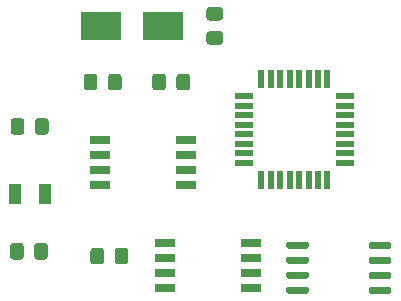
<source format=gtp>
%TF.GenerationSoftware,KiCad,Pcbnew,(5.1.9)-1*%
%TF.CreationDate,2021-04-22T14:42:40+05:30*%
%TF.ProjectId,arduinoclone,61726475-696e-46f6-936c-6f6e652e6b69,v1*%
%TF.SameCoordinates,Original*%
%TF.FileFunction,Paste,Top*%
%TF.FilePolarity,Positive*%
%FSLAX46Y46*%
G04 Gerber Fmt 4.6, Leading zero omitted, Abs format (unit mm)*
G04 Created by KiCad (PCBNEW (5.1.9)-1) date 2021-04-22 14:42:40*
%MOMM*%
%LPD*%
G01*
G04 APERTURE LIST*
%ADD10R,1.700000X0.650000*%
%ADD11R,1.000000X1.800000*%
%ADD12R,3.500000X2.400000*%
%ADD13R,1.600000X0.550000*%
%ADD14R,0.550000X1.600000*%
G04 APERTURE END LIST*
%TO.C,U1*%
G36*
G01*
X145059600Y-97940000D02*
X145059600Y-97640000D01*
G75*
G02*
X145209600Y-97490000I150000J0D01*
G01*
X146809600Y-97490000D01*
G75*
G02*
X146959600Y-97640000I0J-150000D01*
G01*
X146959600Y-97940000D01*
G75*
G02*
X146809600Y-98090000I-150000J0D01*
G01*
X145209600Y-98090000D01*
G75*
G02*
X145059600Y-97940000I0J150000D01*
G01*
G37*
G36*
G01*
X145059600Y-99210000D02*
X145059600Y-98910000D01*
G75*
G02*
X145209600Y-98760000I150000J0D01*
G01*
X146809600Y-98760000D01*
G75*
G02*
X146959600Y-98910000I0J-150000D01*
G01*
X146959600Y-99210000D01*
G75*
G02*
X146809600Y-99360000I-150000J0D01*
G01*
X145209600Y-99360000D01*
G75*
G02*
X145059600Y-99210000I0J150000D01*
G01*
G37*
G36*
G01*
X145059600Y-100480000D02*
X145059600Y-100180000D01*
G75*
G02*
X145209600Y-100030000I150000J0D01*
G01*
X146809600Y-100030000D01*
G75*
G02*
X146959600Y-100180000I0J-150000D01*
G01*
X146959600Y-100480000D01*
G75*
G02*
X146809600Y-100630000I-150000J0D01*
G01*
X145209600Y-100630000D01*
G75*
G02*
X145059600Y-100480000I0J150000D01*
G01*
G37*
G36*
G01*
X145059600Y-101750000D02*
X145059600Y-101450000D01*
G75*
G02*
X145209600Y-101300000I150000J0D01*
G01*
X146809600Y-101300000D01*
G75*
G02*
X146959600Y-101450000I0J-150000D01*
G01*
X146959600Y-101750000D01*
G75*
G02*
X146809600Y-101900000I-150000J0D01*
G01*
X145209600Y-101900000D01*
G75*
G02*
X145059600Y-101750000I0J150000D01*
G01*
G37*
G36*
G01*
X152059600Y-101750000D02*
X152059600Y-101450000D01*
G75*
G02*
X152209600Y-101300000I150000J0D01*
G01*
X153809600Y-101300000D01*
G75*
G02*
X153959600Y-101450000I0J-150000D01*
G01*
X153959600Y-101750000D01*
G75*
G02*
X153809600Y-101900000I-150000J0D01*
G01*
X152209600Y-101900000D01*
G75*
G02*
X152059600Y-101750000I0J150000D01*
G01*
G37*
G36*
G01*
X152059600Y-100480000D02*
X152059600Y-100180000D01*
G75*
G02*
X152209600Y-100030000I150000J0D01*
G01*
X153809600Y-100030000D01*
G75*
G02*
X153959600Y-100180000I0J-150000D01*
G01*
X153959600Y-100480000D01*
G75*
G02*
X153809600Y-100630000I-150000J0D01*
G01*
X152209600Y-100630000D01*
G75*
G02*
X152059600Y-100480000I0J150000D01*
G01*
G37*
G36*
G01*
X152059600Y-99210000D02*
X152059600Y-98910000D01*
G75*
G02*
X152209600Y-98760000I150000J0D01*
G01*
X153809600Y-98760000D01*
G75*
G02*
X153959600Y-98910000I0J-150000D01*
G01*
X153959600Y-99210000D01*
G75*
G02*
X153809600Y-99360000I-150000J0D01*
G01*
X152209600Y-99360000D01*
G75*
G02*
X152059600Y-99210000I0J150000D01*
G01*
G37*
G36*
G01*
X152059600Y-97940000D02*
X152059600Y-97640000D01*
G75*
G02*
X152209600Y-97490000I150000J0D01*
G01*
X153809600Y-97490000D01*
G75*
G02*
X153959600Y-97640000I0J-150000D01*
G01*
X153959600Y-97940000D01*
G75*
G02*
X153809600Y-98090000I-150000J0D01*
G01*
X152209600Y-98090000D01*
G75*
G02*
X152059600Y-97940000I0J150000D01*
G01*
G37*
%TD*%
%TO.C,C1*%
G36*
G01*
X129981000Y-84422401D02*
X129981000Y-83522399D01*
G75*
G02*
X130230999Y-83272400I249999J0D01*
G01*
X130881001Y-83272400D01*
G75*
G02*
X131131000Y-83522399I0J-249999D01*
G01*
X131131000Y-84422401D01*
G75*
G02*
X130881001Y-84672400I-249999J0D01*
G01*
X130230999Y-84672400D01*
G75*
G02*
X129981000Y-84422401I0J249999D01*
G01*
G37*
G36*
G01*
X127931000Y-84422401D02*
X127931000Y-83522399D01*
G75*
G02*
X128180999Y-83272400I249999J0D01*
G01*
X128831001Y-83272400D01*
G75*
G02*
X129081000Y-83522399I0J-249999D01*
G01*
X129081000Y-84422401D01*
G75*
G02*
X128831001Y-84672400I-249999J0D01*
G01*
X128180999Y-84672400D01*
G75*
G02*
X127931000Y-84422401I0J249999D01*
G01*
G37*
%TD*%
%TO.C,C2*%
G36*
G01*
X136922200Y-83522399D02*
X136922200Y-84422401D01*
G75*
G02*
X136672201Y-84672400I-249999J0D01*
G01*
X136022199Y-84672400D01*
G75*
G02*
X135772200Y-84422401I0J249999D01*
G01*
X135772200Y-83522399D01*
G75*
G02*
X136022199Y-83272400I249999J0D01*
G01*
X136672201Y-83272400D01*
G75*
G02*
X136922200Y-83522399I0J-249999D01*
G01*
G37*
G36*
G01*
X134872200Y-83522399D02*
X134872200Y-84422401D01*
G75*
G02*
X134622201Y-84672400I-249999J0D01*
G01*
X133972199Y-84672400D01*
G75*
G02*
X133722200Y-84422401I0J249999D01*
G01*
X133722200Y-83522399D01*
G75*
G02*
X133972199Y-83272400I249999J0D01*
G01*
X134622201Y-83272400D01*
G75*
G02*
X134872200Y-83522399I0J-249999D01*
G01*
G37*
%TD*%
%TO.C,C3*%
G36*
G01*
X124942400Y-87281599D02*
X124942400Y-88181601D01*
G75*
G02*
X124692401Y-88431600I-249999J0D01*
G01*
X124042399Y-88431600D01*
G75*
G02*
X123792400Y-88181601I0J249999D01*
G01*
X123792400Y-87281599D01*
G75*
G02*
X124042399Y-87031600I249999J0D01*
G01*
X124692401Y-87031600D01*
G75*
G02*
X124942400Y-87281599I0J-249999D01*
G01*
G37*
G36*
G01*
X122892400Y-87281599D02*
X122892400Y-88181601D01*
G75*
G02*
X122642401Y-88431600I-249999J0D01*
G01*
X121992399Y-88431600D01*
G75*
G02*
X121742400Y-88181601I0J249999D01*
G01*
X121742400Y-87281599D01*
G75*
G02*
X121992399Y-87031600I249999J0D01*
G01*
X122642401Y-87031600D01*
G75*
G02*
X122892400Y-87281599I0J-249999D01*
G01*
G37*
%TD*%
%TO.C,D1*%
G36*
G01*
X128489800Y-99154401D02*
X128489800Y-98254399D01*
G75*
G02*
X128739799Y-98004400I249999J0D01*
G01*
X129389801Y-98004400D01*
G75*
G02*
X129639800Y-98254399I0J-249999D01*
G01*
X129639800Y-99154401D01*
G75*
G02*
X129389801Y-99404400I-249999J0D01*
G01*
X128739799Y-99404400D01*
G75*
G02*
X128489800Y-99154401I0J249999D01*
G01*
G37*
G36*
G01*
X130539800Y-99154401D02*
X130539800Y-98254399D01*
G75*
G02*
X130789799Y-98004400I249999J0D01*
G01*
X131439801Y-98004400D01*
G75*
G02*
X131689800Y-98254399I0J-249999D01*
G01*
X131689800Y-99154401D01*
G75*
G02*
X131439801Y-99404400I-249999J0D01*
G01*
X130789799Y-99404400D01*
G75*
G02*
X130539800Y-99154401I0J249999D01*
G01*
G37*
%TD*%
%TO.C,R1*%
G36*
G01*
X121682600Y-98748001D02*
X121682600Y-97847999D01*
G75*
G02*
X121932599Y-97598000I249999J0D01*
G01*
X122582601Y-97598000D01*
G75*
G02*
X122832600Y-97847999I0J-249999D01*
G01*
X122832600Y-98748001D01*
G75*
G02*
X122582601Y-98998000I-249999J0D01*
G01*
X121932599Y-98998000D01*
G75*
G02*
X121682600Y-98748001I0J249999D01*
G01*
G37*
G36*
G01*
X123732600Y-98748001D02*
X123732600Y-97847999D01*
G75*
G02*
X123982599Y-97598000I249999J0D01*
G01*
X124632601Y-97598000D01*
G75*
G02*
X124882600Y-97847999I0J-249999D01*
G01*
X124882600Y-98748001D01*
G75*
G02*
X124632601Y-98998000I-249999J0D01*
G01*
X123982599Y-98998000D01*
G75*
G02*
X123732600Y-98748001I0J249999D01*
G01*
G37*
%TD*%
%TO.C,R2*%
G36*
G01*
X138564199Y-79663600D02*
X139464201Y-79663600D01*
G75*
G02*
X139714200Y-79913599I0J-249999D01*
G01*
X139714200Y-80563601D01*
G75*
G02*
X139464201Y-80813600I-249999J0D01*
G01*
X138564199Y-80813600D01*
G75*
G02*
X138314200Y-80563601I0J249999D01*
G01*
X138314200Y-79913599D01*
G75*
G02*
X138564199Y-79663600I249999J0D01*
G01*
G37*
G36*
G01*
X138564199Y-77613600D02*
X139464201Y-77613600D01*
G75*
G02*
X139714200Y-77863599I0J-249999D01*
G01*
X139714200Y-78513601D01*
G75*
G02*
X139464201Y-78763600I-249999J0D01*
G01*
X138564199Y-78763600D01*
G75*
G02*
X138314200Y-78513601I0J249999D01*
G01*
X138314200Y-77863599D01*
G75*
G02*
X138564199Y-77613600I249999J0D01*
G01*
G37*
%TD*%
D10*
%TO.C,U2*%
X136593600Y-88874600D03*
X136593600Y-90144600D03*
X136593600Y-91414600D03*
X136593600Y-92684600D03*
X129293600Y-92684600D03*
X129293600Y-91414600D03*
X129293600Y-90144600D03*
X129293600Y-88874600D03*
%TD*%
%TO.C,U3*%
X134780000Y-97561400D03*
X134780000Y-98831400D03*
X134780000Y-100101400D03*
X134780000Y-101371400D03*
X142080000Y-101371400D03*
X142080000Y-100101400D03*
X142080000Y-98831400D03*
X142080000Y-97561400D03*
%TD*%
D11*
%TO.C,Y1*%
X122143200Y-93421200D03*
X124643200Y-93421200D03*
%TD*%
D12*
%TO.C,Y2*%
X134620000Y-79248000D03*
X129420000Y-79248000D03*
%TD*%
D13*
%TO.C,U4*%
X141512400Y-85192000D03*
X141512400Y-85992000D03*
X141512400Y-86792000D03*
X141512400Y-87592000D03*
X141512400Y-88392000D03*
X141512400Y-89192000D03*
X141512400Y-89992000D03*
X141512400Y-90792000D03*
D14*
X142962400Y-92242000D03*
X143762400Y-92242000D03*
X144562400Y-92242000D03*
X145362400Y-92242000D03*
X146162400Y-92242000D03*
X146962400Y-92242000D03*
X147762400Y-92242000D03*
X148562400Y-92242000D03*
D13*
X150012400Y-90792000D03*
X150012400Y-89992000D03*
X150012400Y-89192000D03*
X150012400Y-88392000D03*
X150012400Y-87592000D03*
X150012400Y-86792000D03*
X150012400Y-85992000D03*
X150012400Y-85192000D03*
D14*
X148562400Y-83742000D03*
X147762400Y-83742000D03*
X146962400Y-83742000D03*
X146162400Y-83742000D03*
X145362400Y-83742000D03*
X144562400Y-83742000D03*
X143762400Y-83742000D03*
X142962400Y-83742000D03*
%TD*%
M02*

</source>
